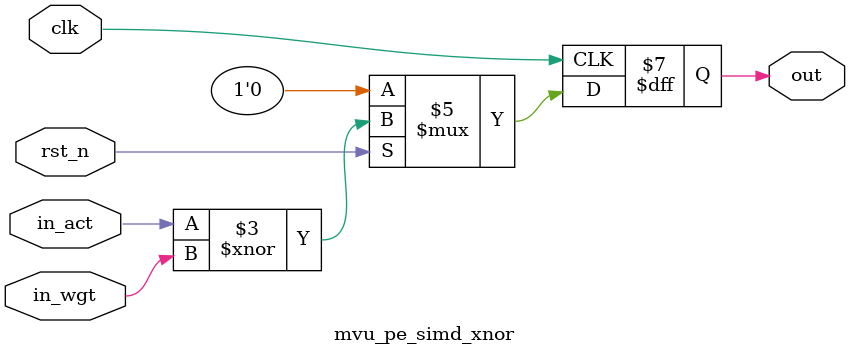
<source format=sv>
/*******************************************************************************
 *
 *  Authors: Syed Asad Alam <syed.asad.alam@tcd.ie>
 *
 *  \file mvu_pe_simd_xnor.sv
 *
 * This file lists an RTL implementation of a SIMD unit based on standard
 * multiplication. It is part of a processing element
 * which is part of the Matrix-Vector-Multiplication Unit
 *
 * This material is based upon work supported, in part, by Science Foundation
 * Ireland, www.sfi.ie under Grant No. 13/RC/2094 and, in part, by the 
 * European Union's Horizon 2020 research and innovation programme under the 
 * Marie Sklodowska-Curie grant agreement Grant No.754489. 
 * 
 *******************************************************************************/


/*************************************************
 * SIMD unit
 * Performs XNOR of input activation and weight
 * Word length == 1
 * **********************************************/

`timescale 1ns/1ns

module mvu_pe_simd_xnor #(parameter int TI=1,
		  parameter int TW=1,
		  parameter int TO=1)
   ( input logic rst_n,
     input logic 	   clk,
     input logic [TI-1:0]  in_act, //Input activation
     input logic [TW-1:0]  in_wgt, //Input weight
     output logic [TO-1:0] out); //Output   

   /***************************************
    * SIMD only performs multiplication
    * ************************************/
   always_ff @(posedge clk) begin: SIMD_MUL
      if(!rst_n)
	out <= 'd0;
      else
	out <= in_act^~in_wgt;
   end

endmodule // mvu_simd

</source>
